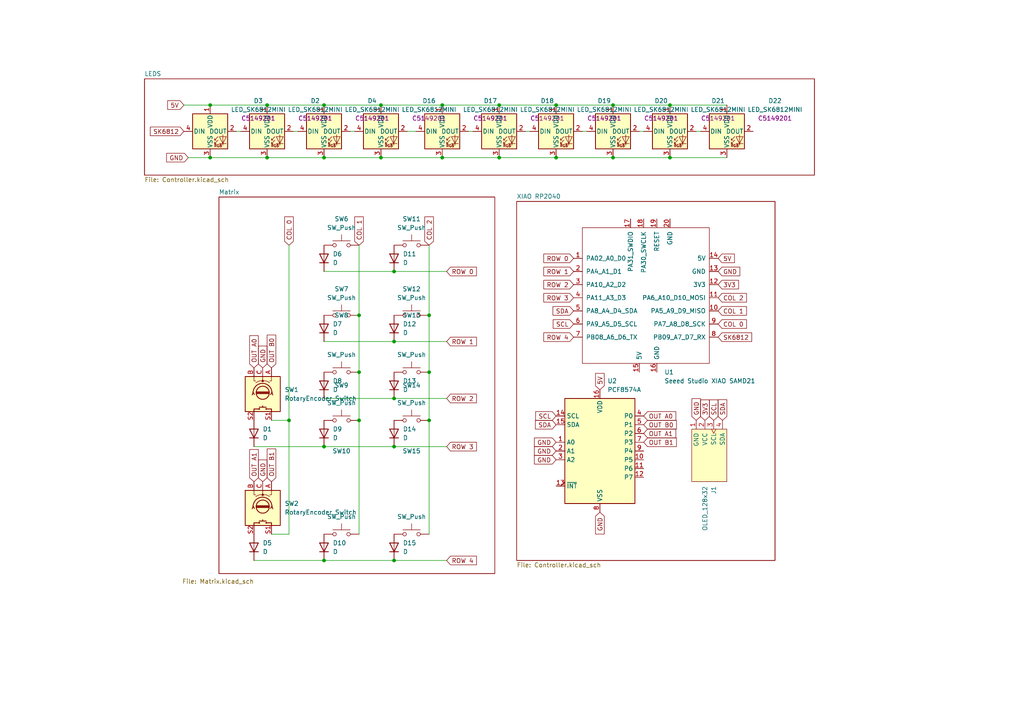
<source format=kicad_sch>
(kicad_sch (version 20231120) (generator "eeschema") (generator_version "8.0")
  (paper "A4")
  (lib_symbols
    (symbol "Device:D" (pin_numbers hide) (pin_names (offset 1.016) hide)
      (property "Reference" "D" (at 0 2.54 0))
      (property "Value" "D" (at 0 -2.54 0))
      (symbol "D_0_1"
        (polyline (pts (xy -1.27 1.27) (xy -1.27 -1.27)) (stroke (width 0.254)))
        (polyline (pts (xy 1.27 0) (xy -1.27 0)))
        (polyline (pts (xy 1.27 1.27) (xy 1.27 -1.27) (xy -1.27 0) (xy 1.27 1.27)) (stroke (width 0.254)))
      )
      (symbol "D_1_1"
        (pin passive line (at -3.81 0 0) (length 2.54) (name "K") (number "1"))
        (pin passive line (at 3.81 0 180) (length 2.54) (name "A") (number "2"))
      )
    )
    (symbol "Device:RotaryEncoder_Switch" (pin_names (offset 0.254) hide)
      (property "Reference" "SW" (at 0 6.604 0))
      (property "Value" "RotaryEncoder_Switch" (at 0 -6.604 0))
      (symbol "RotaryEncoder_Switch_0_1"
        (rectangle (start -5.08 5.08) (end 5.08 -5.08) (stroke (width 0.254)) (fill (type background)))
        (circle (center -3.81 0) (radius 0.254) (fill (type outline)))
        (circle (center -0.381 0) (radius 1.905) (stroke (width 0.254)))
        (arc (start -0.381 2.667) (mid -3.0988 -0.0635) (end -0.381 -2.794) (stroke (width 0.254)))
        (polyline (pts (xy -0.635 -1.778) (xy -0.635 1.778)) (stroke (width 0.254)))
        (polyline (pts (xy -0.381 -1.778) (xy -0.381 1.778)) (stroke (width 0.254)))
        (polyline (pts (xy -0.127 1.778) (xy -0.127 -1.778)) (stroke (width 0.254)))
        (polyline (pts (xy 3.81 0) (xy 3.429 0)) (stroke (width 0.254)))
        (polyline (pts (xy 3.81 1.016) (xy 3.81 -1.016)) (stroke (width 0.254)))
        (polyline (pts (xy -5.08 -2.54) (xy -3.81 -2.54) (xy -3.81 -2.032)))
        (polyline (pts (xy -5.08 2.54) (xy -3.81 2.54) (xy -3.81 2.032)))
        (polyline (pts (xy 0.254 -3.048) (xy -0.508 -2.794) (xy 0.127 -2.413)) (stroke (width 0.254)))
        (polyline (pts (xy 0.254 2.921) (xy -0.508 2.667) (xy 0.127 2.286)) (stroke (width 0.254)))
        (polyline (pts (xy 5.08 -2.54) (xy 4.318 -2.54) (xy 4.318 -1.016)) (stroke (width 0.254)))
        (polyline (pts (xy 5.08 2.54) (xy 4.318 2.54) (xy 4.318 1.016)) (stroke (width 0.254)))
        (polyline (pts (xy -5.08 0) (xy -3.81 0) (xy -3.81 -1.016) (xy -3.302 -2.032)))
        (polyline (pts (xy -4.318 0) (xy -3.81 0) (xy -3.81 1.016) (xy -3.302 2.032)))
        (circle (center 4.318 -1.016) (radius 0.127) (stroke (width 0.254)))
        (circle (center 4.318 1.016) (radius 0.127) (stroke (width 0.254)))
      )
      (symbol "RotaryEncoder_Switch_1_1"
        (pin passive line (at -7.62 2.54 0) (length 2.54) (name "A") (number "A"))
        (pin passive line (at -7.62 -2.54 0) (length 2.54) (name "B") (number "B"))
        (pin passive line (at -7.62 0 0) (length 2.54) (name "C") (number "C"))
        (pin passive line (at 7.62 2.54 180) (length 2.54) (name "S1") (number "S1"))
        (pin passive line (at 7.62 -2.54 180) (length 2.54) (name "S2") (number "S2"))
      )
    )
    (symbol "Interface_Expansion:PCF8574A"
      (property "Reference" "U" (at -8.89 16.51 0))
      (property "Value" "PCF8574A" (at 2.54 16.51 0))
      (symbol "PCF8574A_0_1"
        (rectangle (start -10.16 15.24) (end 10.16 -15.24) (stroke (width 0.254)) (fill (type background)))
      )
      (symbol "PCF8574A_1_1"
        (pin input line (at -12.7 2.54 0) (length 2.54) (name "A0") (number "1"))
        (pin bidirectional line (at 12.7 -2.54 180) (length 2.54) (name "P5") (number "10"))
        (pin bidirectional line (at 12.7 -5.08 180) (length 2.54) (name "P6") (number "11"))
        (pin bidirectional line (at 12.7 -7.62 180) (length 2.54) (name "P7") (number "12"))
        (pin open_collector output_low (at -12.7 -10.16 0) (length 2.54) (name "~{INT}") (number "13"))
        (pin input line (at -12.7 10.16 0) (length 2.54) (name "SCL") (number "14"))
        (pin bidirectional line (at -12.7 7.62 0) (length 2.54) (name "SDA") (number "15"))
        (pin power_in line (at 0 17.78 270) (length 2.54) (name "VDD") (number "16"))
        (pin input line (at -12.7 0 0) (length 2.54) (name "A1") (number "2"))
        (pin input line (at -12.7 -2.54 0) (length 2.54) (name "A2") (number "3"))
        (pin bidirectional line (at 12.7 10.16 180) (length 2.54) (name "P0") (number "4"))
        (pin bidirectional line (at 12.7 7.62 180) (length 2.54) (name "P1") (number "5"))
        (pin bidirectional line (at 12.7 5.08 180) (length 2.54) (name "P2") (number "6"))
        (pin bidirectional line (at 12.7 2.54 180) (length 2.54) (name "P3") (number "7"))
        (pin power_in line (at 0 -17.78 90) (length 2.54) (name "VSS") (number "8"))
        (pin bidirectional line (at 12.7 0 180) (length 2.54) (name "P4") (number "9"))
      )
    )
    (symbol "ScottoKeebs:LED_SK6812MINI" (pin_names (offset 0.254))
      (property "Reference" "D" (at 2.032 5.588 0))
      (property "Value" "LED_SK6812MINI" (at 1.27 -5.715 0))
      (property "LCSC" "C5149201" (at 0 0 0))
      (symbol "LED_SK6812MINI_0_0"
        (text "RGB" (at 2.286 -4.191 0) (effects (font (size 0.762 0.762))))
      )
      (symbol "LED_SK6812MINI_0_1"
        (rectangle (start -5.08 5.08) (end 5.08 -5.08) (stroke (width 0.254)) (fill (type background)))
        (polyline (pts (xy 1.27 -3.556) (xy 1.778 -3.556)))
        (polyline (pts (xy 1.27 -2.54) (xy 1.778 -2.54)))
        (polyline (pts (xy 4.699 -3.556) (xy 2.667 -3.556)))
        (polyline (pts (xy 2.286 -2.54) (xy 1.27 -3.556) (xy 1.27 -3.048)))
        (polyline (pts (xy 2.286 -1.524) (xy 1.27 -2.54) (xy 1.27 -2.032)))
        (polyline (pts (xy 3.683 -1.016) (xy 3.683 -3.556) (xy 3.683 -4.064)))
        (polyline (pts (xy 4.699 -1.524) (xy 2.667 -1.524) (xy 3.683 -3.556) (xy 4.699 -1.524)))
      )
      (symbol "LED_SK6812MINI_1_1"
        (pin power_in line (at 0 7.62 270) (length 2.54) (name "VDD") (number "1"))
        (pin output line (at 7.62 0 180) (length 2.54) (name "DOUT") (number "2"))
        (pin power_in line (at 0 -7.62 90) (length 2.54) (name "VSS") (number "3"))
        (pin input line (at -7.62 0 0) (length 2.54) (name "DIN") (number "4"))
      )
    )
    (symbol "ScottoKeebs:OLED_128x32" (pin_names (offset 1.016))
      (property "Reference" "J" (at 0 -6.35 0))
      (property "Value" "OLED_128x32" (at 0 6.35 0))
      (symbol "OLED_128x32_0_1"
        (rectangle (start 0 5.08) (end 15.24 -5.08) (fill (type background)))
      )
      (symbol "OLED_128x32_1_1"
        (pin power_in line (at -2.54 -3.81 0) (length 2.54) (name "GND") (number "1"))
        (pin power_in line (at -2.54 -1.27 0) (length 2.54) (name "VCC") (number "2"))
        (pin input clock (at -2.54 1.27 0) (length 2.54) (name "SCL") (number "3"))
        (pin bidirectional line (at -2.54 3.81 0) (length 2.54) (name "SDA") (number "4"))
      )
    )
    (symbol "Seeed_Studio_XIAO_Series:Seeed Studio XIAO SAMD21" (pin_names (offset 1.016))
      (property "Reference" "U" (at -19.05 22.86 0))
      (property "Value" "Seeed Studio XIAO SAMD21" (at -12.7 21.59 0))
      (symbol "Seeed Studio XIAO SAMD21_0_1"
        (rectangle (start -19.05 20.32) (end 17.78 -19.05))
      )
      (symbol "Seeed Studio XIAO SAMD21_1_1"
        (pin unspecified line (at -21.59 11.43 0) (length 2.54) (name "PA02_A0_D0") (number "1"))
        (pin unspecified line (at 20.32 -3.81 180) (length 2.54) (name "PA5_A9_D9_MISO") (number "10"))
        (pin unspecified line (at 20.32 0 180) (length 2.54) (name "PA6_A10_D10_MOSI") (number "11"))
        (pin unspecified line (at 20.32 3.81 180) (length 2.54) (name "3V3") (number "12"))
        (pin unspecified line (at 20.32 7.62 180) (length 2.54) (name "GND") (number "13"))
        (pin unspecified line (at 20.32 11.43 180) (length 2.54) (name "5V") (number "14"))
        (pin input line (at -2.54 -21.59 90) (length 2.54) (name "5V") (number "15"))
        (pin input line (at 2.54 -21.59 90) (length 2.54) (name "GND") (number "16"))
        (pin input line (at -5.08 22.86 270) (length 2.54) (name "PA31_SWDIO") (number "17"))
        (pin input line (at -1.27 22.86 270) (length 2.54) (name "PA30_SWCLK") (number "18"))
        (pin input line (at 2.54 22.86 270) (length 2.54) (name "RESET") (number "19"))
        (pin unspecified line (at -21.59 7.62 0) (length 2.54) (name "PA4_A1_D1") (number "2"))
        (pin input line (at 6.35 22.86 270) (length 2.54) (name "GND") (number "20"))
        (pin unspecified line (at -21.59 3.81 0) (length 2.54) (name "PA10_A2_D2") (number "3"))
        (pin unspecified line (at -21.59 0 0) (length 2.54) (name "PA11_A3_D3") (number "4"))
        (pin unspecified line (at -21.59 -3.81 0) (length 2.54) (name "PA8_A4_D4_SDA") (number "5"))
        (pin unspecified line (at -21.59 -7.62 0) (length 2.54) (name "PA9_A5_D5_SCL") (number "6"))
        (pin unspecified line (at -21.59 -11.43 0) (length 2.54) (name "PB08_A6_D6_TX") (number "7"))
        (pin unspecified line (at 20.32 -11.43 180) (length 2.54) (name "PB09_A7_D7_RX") (number "8"))
        (pin unspecified line (at 20.32 -7.62 180) (length 2.54) (name "PA7_A8_D8_SCK") (number "9"))
      )
    )
    (symbol "Switch:SW_Push" (pin_numbers hide) (pin_names (offset 1.016) hide)
      (property "Reference" "SW" (at 1.27 2.54 0))
      (property "Value" "SW_Push" (at 0 -1.524 0))
      (symbol "SW_Push_0_1"
        (circle (center -2.032 0) (radius 0.508))
        (polyline (pts (xy 0 1.27) (xy 0 3.048)))
        (polyline (pts (xy 2.54 1.27) (xy -2.54 1.27)))
        (circle (center 2.032 0) (radius 0.508))
        (pin passive line (at -5.08 0 0) (length 2.54) (name "1") (number "1"))
        (pin passive line (at 5.08 0 180) (length 2.54) (name "2") (number "2"))
      )
    )
  )
  (junction (at 77.47 45.72))
  (junction (at 161.29 45.72))
  (junction (at 104.14 107.95))
  (junction (at 124.46 121.92))
  (junction (at 104.14 121.92))
  (junction (at 194.31 45.72))
  (junction (at 93.98 129.54))
  (junction (at 144.78 30.48))
  (junction (at 110.49 45.72))
  (junction (at 144.78 45.72))
  (junction (at 60.96 30.48))
  (junction (at 177.8 45.72))
  (junction (at 93.98 30.48))
  (junction (at 114.3 162.56))
  (junction (at 83.82 121.92))
  (junction (at 194.31 30.48))
  (junction (at 104.14 91.44))
  (junction (at 124.46 91.44))
  (junction (at 114.3 115.57))
  (junction (at 60.96 45.72))
  (junction (at 110.49 30.48))
  (junction (at 93.98 45.72))
  (junction (at 128.27 30.48))
  (junction (at 93.98 162.56))
  (junction (at 77.47 30.48))
  (junction (at 114.3 99.06))
  (junction (at 177.8 30.48))
  (junction (at 114.3 78.74))
  (junction (at 124.46 107.95))
  (junction (at 161.29 30.48))
  (junction (at 114.3 129.54))
  (junction (at 128.27 45.72))
  (wire (pts (xy 152.4 38.1) (xy 153.67 38.1)))
  (wire (pts (xy 124.46 121.92) (xy 124.46 154.94)))
  (wire (pts (xy 124.46 91.44) (xy 124.46 107.95)))
  (wire (pts (xy 114.3 162.56) (xy 129.54 162.56)))
  (wire (pts (xy 83.82 121.92) (xy 83.82 154.94)))
  (wire (pts (xy 78.74 154.94) (xy 83.82 154.94)))
  (wire (pts (xy 93.98 78.74) (xy 114.3 78.74)))
  (wire (pts (xy 104.14 107.95) (xy 104.14 121.92)))
  (wire (pts (xy 177.8 45.72) (xy 194.31 45.72)))
  (wire (pts (xy 93.98 45.72) (xy 110.49 45.72)))
  (wire (pts (xy 104.14 91.44) (xy 104.14 107.95)))
  (wire (pts (xy 83.82 71.12) (xy 83.82 121.92)))
  (wire (pts (xy 124.46 71.12) (xy 124.46 91.44)))
  (wire (pts (xy 101.6 38.1) (xy 102.87 38.1)))
  (wire (pts (xy 77.47 30.48) (xy 93.98 30.48)))
  (wire (pts (xy 194.31 45.72) (xy 210.82 45.72)))
  (wire (pts (xy 168.91 38.1) (xy 170.18 38.1)))
  (wire (pts (xy 118.11 38.1) (xy 120.65 38.1)))
  (wire (pts (xy 53.34 30.48) (xy 60.96 30.48)))
  (wire (pts (xy 77.47 45.72) (xy 93.98 45.72)))
  (wire (pts (xy 194.31 30.48) (xy 210.82 30.48)))
  (wire (pts (xy 161.29 45.72) (xy 177.8 45.72)))
  (wire (pts (xy 114.3 99.06) (xy 129.54 99.06)))
  (wire (pts (xy 201.93 38.1) (xy 203.2 38.1)))
  (wire (pts (xy 73.66 129.54) (xy 93.98 129.54)))
  (wire (pts (xy 60.96 45.72) (xy 77.47 45.72)))
  (wire (pts (xy 135.89 38.1) (xy 137.16 38.1)))
  (wire (pts (xy 93.98 99.06) (xy 114.3 99.06)))
  (wire (pts (xy 85.09 38.1) (xy 86.36 38.1)))
  (wire (pts (xy 128.27 45.72) (xy 144.78 45.72)))
  (wire (pts (xy 104.14 71.12) (xy 104.14 91.44)))
  (wire (pts (xy 124.46 107.95) (xy 124.46 121.92)))
  (wire (pts (xy 114.3 78.74) (xy 129.54 78.74)))
  (wire (pts (xy 144.78 30.48) (xy 161.29 30.48)))
  (wire (pts (xy 177.8 30.48) (xy 194.31 30.48)))
  (wire (pts (xy 104.14 121.92) (xy 104.14 154.94)))
  (wire (pts (xy 54.61 45.72) (xy 60.96 45.72)))
  (wire (pts (xy 144.78 45.72) (xy 161.29 45.72)))
  (wire (pts (xy 114.3 129.54) (xy 129.54 129.54)))
  (wire (pts (xy 68.58 38.1) (xy 69.85 38.1)))
  (wire (pts (xy 93.98 129.54) (xy 114.3 129.54)))
  (wire (pts (xy 185.42 38.1) (xy 186.69 38.1)))
  (wire (pts (xy 110.49 30.48) (xy 128.27 30.48)))
  (wire (pts (xy 93.98 115.57) (xy 114.3 115.57)))
  (wire (pts (xy 93.98 162.56) (xy 114.3 162.56)))
  (wire (pts (xy 161.29 30.48) (xy 177.8 30.48)))
  (wire (pts (xy 110.49 45.72) (xy 128.27 45.72)))
  (wire (pts (xy 73.66 162.56) (xy 93.98 162.56)))
  (wire (pts (xy 60.96 30.48) (xy 77.47 30.48)))
  (wire (pts (xy 114.3 115.57) (xy 129.54 115.57)))
  (wire (pts (xy 128.27 30.48) (xy 144.78 30.48)))
  (wire (pts (xy 78.74 121.92) (xy 83.82 121.92)))
  (wire (pts (xy 93.98 30.48) (xy 110.49 30.48)))
  (global_label "GND" (shape input) (at 208.28 78.74 0) (property "Intersheetrefs" "${INTERSHEET_REFS}" (effects (hide yes))))
  (global_label "GND" (shape input) (at 173.99 148.59 270) (property "Intersheetrefs" "${INTERSHEET_REFS}" (effects (hide yes))))
  (global_label "GND" (shape input) (at 161.29 133.35 180) (property "Intersheetrefs" "${INTERSHEET_REFS}" (effects (hide yes))))
  (global_label "SK6812" (shape input) (at 53.34 38.1 180) (property "Intersheetrefs" "${INTERSHEET_REFS}" (effects (hide yes))))
  (global_label "SDA" (shape input) (at 209.55 121.92 90) (property "Intersheetrefs" "${INTERSHEET_REFS}" (effects (hide yes))))
  (global_label "COL 1" (shape input) (at 104.14 71.12 90) (property "Intersheetrefs" "${INTERSHEET_REFS}" (effects (hide yes))))
  (global_label "ROW 4" (shape input) (at 166.37 97.79 180) (property "Intersheetrefs" "${INTERSHEET_REFS}" (effects (hide yes))))
  (global_label "OUT B0" (shape input) (at 78.74 106.68 90) (property "Intersheetrefs" "${INTERSHEET_REFS}" (effects (hide yes))))
  (global_label "ROW 3" (shape input) (at 129.54 129.54 0) (property "Intersheetrefs" "${INTERSHEET_REFS}" (effects (hide yes))))
  (global_label "GND" (shape input) (at 201.93 121.92 90) (property "Intersheetrefs" "${INTERSHEET_REFS}" (effects (hide yes))))
  (global_label "ROW 0" (shape input) (at 129.54 78.74 0) (property "Intersheetrefs" "${INTERSHEET_REFS}" (effects (hide yes))))
  (global_label "OUT A1" (shape input) (at 186.69 125.73 0) (property "Intersheetrefs" "${INTERSHEET_REFS}" (effects (hide yes))))
  (global_label "ROW 4" (shape input) (at 129.54 162.56 0) (property "Intersheetrefs" "${INTERSHEET_REFS}" (effects (hide yes))))
  (global_label "5V" (shape input) (at 53.34 30.48 180) (property "Intersheetrefs" "${INTERSHEET_REFS}" (effects (hide yes))))
  (global_label "ROW 1" (shape input) (at 166.37 78.74 180) (property "Intersheetrefs" "${INTERSHEET_REFS}" (effects (hide yes))))
  (global_label "5V" (shape input) (at 173.99 113.03 90) (property "Intersheetrefs" "${INTERSHEET_REFS}" (effects (hide yes))))
  (global_label "ROW 3" (shape input) (at 166.37 86.36 180) (property "Intersheetrefs" "${INTERSHEET_REFS}" (effects (hide yes))))
  (global_label "3V3" (shape input) (at 204.47 121.92 90) (property "Intersheetrefs" "${INTERSHEET_REFS}" (effects (hide yes))))
  (global_label "SDA" (shape input) (at 161.29 123.19 180) (property "Intersheetrefs" "${INTERSHEET_REFS}" (effects (hide yes))))
  (global_label "ROW 2" (shape input) (at 129.54 115.57 0) (property "Intersheetrefs" "${INTERSHEET_REFS}" (effects (hide yes))))
  (global_label "OUT B1" (shape input) (at 186.69 128.27 0) (property "Intersheetrefs" "${INTERSHEET_REFS}" (effects (hide yes))))
  (global_label "ROW 1" (shape input) (at 129.54 99.06 0) (property "Intersheetrefs" "${INTERSHEET_REFS}" (effects (hide yes))))
  (global_label "OUT A0" (shape input) (at 186.69 120.65 0) (property "Intersheetrefs" "${INTERSHEET_REFS}" (effects (hide yes))))
  (global_label "5V" (shape input) (at 208.28 74.93 0) (property "Intersheetrefs" "${INTERSHEET_REFS}" (effects (hide yes))))
  (global_label "COL 0" (shape input) (at 208.28 93.98 0) (property "Intersheetrefs" "${INTERSHEET_REFS}" (effects (hide yes))))
  (global_label "SCL" (shape input) (at 207.01 121.92 90) (property "Intersheetrefs" "${INTERSHEET_REFS}" (effects (hide yes))))
  (global_label "3V3" (shape input) (at 208.28 82.55 0) (property "Intersheetrefs" "${INTERSHEET_REFS}" (effects (hide yes))))
  (global_label "OUT B1" (shape input) (at 78.74 139.7 90) (property "Intersheetrefs" "${INTERSHEET_REFS}" (effects (hide yes))))
  (global_label "COL 1" (shape input) (at 208.28 90.17 0) (property "Intersheetrefs" "${INTERSHEET_REFS}" (effects (hide yes))))
  (global_label "ROW 2" (shape input) (at 166.37 82.55 180) (property "Intersheetrefs" "${INTERSHEET_REFS}" (effects (hide yes))))
  (global_label "OUT A0" (shape input) (at 73.66 106.68 90) (property "Intersheetrefs" "${INTERSHEET_REFS}" (effects (hide yes))))
  (global_label "GND" (shape input) (at 76.2 139.7 90) (property "Intersheetrefs" "${INTERSHEET_REFS}" (effects (hide yes))))
  (global_label "GND" (shape input) (at 161.29 128.27 180) (property "Intersheetrefs" "${INTERSHEET_REFS}" (effects (hide yes))))
  (global_label "ROW 0" (shape input) (at 166.37 74.93 180) (property "Intersheetrefs" "${INTERSHEET_REFS}" (effects (hide yes))))
  (global_label "GND" (shape input) (at 161.29 130.81 180) (property "Intersheetrefs" "${INTERSHEET_REFS}" (effects (hide yes))))
  (global_label "SK6812" (shape input) (at 208.28 97.79 0) (property "Intersheetrefs" "${INTERSHEET_REFS}" (effects (hide yes))))
  (global_label "GND" (shape input) (at 54.61 45.72 180) (property "Intersheetrefs" "${INTERSHEET_REFS}" (effects (hide yes))))
  (global_label "COL 0" (shape input) (at 83.82 71.12 90) (property "Intersheetrefs" "${INTERSHEET_REFS}" (effects (hide yes))))
  (global_label "SCL" (shape input) (at 161.29 120.65 180) (property "Intersheetrefs" "${INTERSHEET_REFS}" (effects (hide yes))))
  (global_label "SDA" (shape input) (at 166.37 90.17 180) (property "Intersheetrefs" "${INTERSHEET_REFS}" (effects (hide yes))))
  (global_label "OUT A1" (shape input) (at 73.66 139.7 90) (property "Intersheetrefs" "${INTERSHEET_REFS}" (effects (hide yes))))
  (global_label "GND" (shape input) (at 76.2 106.68 90) (property "Intersheetrefs" "${INTERSHEET_REFS}" (effects (hide yes))))
  (global_label "COL 2" (shape input) (at 208.28 86.36 0) (property "Intersheetrefs" "${INTERSHEET_REFS}" (effects (hide yes))))
  (global_label "SCL" (shape input) (at 166.37 93.98 180) (property "Intersheetrefs" "${INTERSHEET_REFS}" (effects (hide yes))))
  (global_label "OUT B0" (shape input) (at 186.69 123.19 0) (property "Intersheetrefs" "${INTERSHEET_REFS}" (effects (hide yes))))
  (global_label "COL 2" (shape input) (at 124.46 71.12 90) (property "Intersheetrefs" "${INTERSHEET_REFS}" (effects (hide yes))))
  (symbol (lib_id "Interface_Expansion:PCF8574A") (at 173.99 130.81 0) (unit 1)
    (property "Reference" "U2" (at 176.1841 110.49 0) (effects (justify left)))
    (property "Value" "PCF8574A" (at 176.1841 113.03 0) (effects (justify left)))
    (property "Footprint" "P:N16" (effects (hide yes)))
    (property "Datasheet" "http://www.nxp.com/docs/en/data-sheet/PCF8574_PCF8574A.pdf" (effects (hide yes)))
    (property "Description" "8 Bit Port/Expander to I2C Bus, DIP/SOIC-16" (effects (hide yes)))
  )
  (symbol (lib_id "ScottoKeebs:LED_SK6812MINI") (at 110.49 38.1 0) (unit 1)
    (property "Reference" "D16" (at 124.46 29.2414 0))
    (property "Value" "LED_SK6812MINI" (at 124.46 31.7814 0))
    (property "Footprint" "ScottoKeebs_Components:LED_SK6812MINI" (effects (hide yes)))
    (property "Datasheet" "https://cdn-shop.adafruit.com/product-files/2686/SK6812MINI_REV.01-1-2.pdf" (effects (hide yes)))
    (property "Description" "RGB LED with integrated controller" (effects (hide yes)))
    (property "LCSC" "C5149201" (at 124.46 34.3214 0))
  )
  (symbol (lib_id "Switch:SW_Push") (at 119.38 71.12 0) (unit 1)
    (property "Reference" "SW11" (at 119.38 63.5 0))
    (property "Value" "SW_Push" (at 119.38 66.04 0))
    (property "Footprint" "ScottoKeebs_Scotto:MX_Hotswap_1.00u" (effects (hide yes)))
    (property "Description" "Push button switch, generic, two pins" (effects (hide yes)))
  )
  (symbol (lib_id "ScottoKeebs:LED_SK6812MINI") (at 177.8 38.1 0) (unit 1)
    (property "Reference" "D20" (at 191.77 29.2414 0))
    (property "Value" "LED_SK6812MINI" (at 191.77 31.7814 0))
    (property "Footprint" "ScottoKeebs_Components:LED_SK6812MINI" (effects (hide yes)))
    (property "Datasheet" "https://cdn-shop.adafruit.com/product-files/2686/SK6812MINI_REV.01-1-2.pdf" (effects (hide yes)))
    (property "Description" "RGB LED with integrated controller" (effects (hide yes)))
    (property "LCSC" "C5149201" (at 191.77 34.3214 0))
  )
  (symbol (lib_id "Device:D") (at 114.3 111.76 90) (unit 1)
    (property "Reference" "D13" (at 116.84 110.4899 90) (effects (justify right)))
    (property "Value" "D" (at 116.84 113.0299 90) (effects (justify right)))
    (property "Footprint" "ScottoKeebs_Components:Diode_SOD-123" (effects (hide yes)))
    (property "Description" "Diode" (effects (hide yes)))
    (property "Sim.Device" "D" (effects (hide yes)))
    (property "Sim.Pins" "1=K 2=A" (effects (hide yes)))
  )
  (symbol (lib_id "Device:D") (at 73.66 158.75 90) (unit 1)
    (property "Reference" "D5" (at 76.2 157.4799 90) (effects (justify right)))
    (property "Value" "D" (at 76.2 160.0199 90) (effects (justify right)))
    (property "Footprint" "ScottoKeebs_Components:Diode_SOD-123" (effects (hide yes)))
    (property "Description" "Diode" (effects (hide yes)))
    (property "Sim.Device" "D" (effects (hide yes)))
    (property "Sim.Pins" "1=K 2=A" (effects (hide yes)))
  )
  (symbol (lib_id "Device:D") (at 93.98 95.25 90) (unit 1)
    (property "Reference" "D7" (at 96.52 93.9799 90) (effects (justify right)))
    (property "Value" "D" (at 96.52 96.5199 90) (effects (justify right)))
    (property "Footprint" "ScottoKeebs_Components:Diode_SOD-123" (effects (hide yes)))
    (property "Description" "Diode" (effects (hide yes)))
    (property "Sim.Device" "D" (effects (hide yes)))
    (property "Sim.Pins" "1=K 2=A" (effects (hide yes)))
  )
  (symbol (lib_id "ScottoKeebs:LED_SK6812MINI") (at 128.27 38.1 0) (unit 1)
    (property "Reference" "D17" (at 142.24 29.2414 0))
    (property "Value" "LED_SK6812MINI" (at 142.24 31.7814 0))
    (property "Footprint" "ScottoKeebs_Components:LED_SK6812MINI" (effects (hide yes)))
    (property "Datasheet" "https://cdn-shop.adafruit.com/product-files/2686/SK6812MINI_REV.01-1-2.pdf" (effects (hide yes)))
    (property "Description" "RGB LED with integrated controller" (effects (hide yes)))
    (property "LCSC" "C5149201" (at 142.24 34.3214 0))
  )
  (symbol (lib_id "Switch:SW_Push") (at 99.06 107.95 0) (unit 1)
    (property "Reference" "SW8" (at 99.06 91.44 0))
    (property "Value" "SW_Push" (at 99.06 102.87 0))
    (property "Footprint" "ScottoKeebs_Scotto:MX_Hotswap_1.00u" (effects (hide yes)))
    (property "Description" "Push button switch, generic, two pins" (effects (hide yes)))
  )
  (symbol (lib_id "Switch:SW_Push") (at 99.06 91.44 0) (unit 1)
    (property "Reference" "SW7" (at 99.06 83.82 0))
    (property "Value" "SW_Push" (at 99.06 86.36 0))
    (property "Footprint" "ScottoKeebs_Scotto:MX_Hotswap_1.00u" (effects (hide yes)))
    (property "Description" "Push button switch, generic, two pins" (effects (hide yes)))
  )
  (symbol (lib_id "Device:RotaryEncoder_Switch") (at 76.2 147.32 270) (unit 1)
    (property "Reference" "SW2" (at 82.55 146.0499 90) (effects (justify left)))
    (property "Value" "RotaryEncoder_Switch" (at 82.55 148.5899 90) (effects (justify left)))
    (property "Footprint" "ScottoKeebs_Scotto:Encoder_EC11_MX" (effects (hide yes)))
    (property "Description" "Rotary encoder, dual channel, incremental quadrate outputs, with switch" (effects (hide yes)))
  )
  (symbol (lib_id "Device:D") (at 114.3 158.75 90) (unit 1)
    (property "Reference" "D15" (at 116.84 157.4799 90) (effects (justify right)))
    (property "Value" "D" (at 116.84 160.0199 90) (effects (justify right)))
    (property "Footprint" "ScottoKeebs_Components:Diode_SOD-123" (effects (hide yes)))
    (property "Description" "Diode" (effects (hide yes)))
    (property "Sim.Device" "D" (effects (hide yes)))
    (property "Sim.Pins" "1=K 2=A" (effects (hide yes)))
  )
  (symbol (lib_id "Device:D") (at 93.98 125.73 90) (unit 1)
    (property "Reference" "D9" (at 96.52 124.4599 90) (effects (justify right)))
    (property "Value" "D" (at 96.52 126.9999 90) (effects (justify right)))
    (property "Footprint" "ScottoKeebs_Components:Diode_SOD-123" (effects (hide yes)))
    (property "Description" "Diode" (effects (hide yes)))
    (property "Sim.Device" "D" (effects (hide yes)))
    (property "Sim.Pins" "1=K 2=A" (effects (hide yes)))
  )
  (symbol (lib_id "Switch:SW_Push") (at 99.06 154.94 0) (unit 1)
    (property "Reference" "SW10" (at 99.06 130.81 0))
    (property "Value" "SW_Push" (at 99.06 149.86 0))
    (property "Footprint" "ScottoKeebs_Scotto:MX_Hotswap_1.00u" (effects (hide yes)))
    (property "Description" "Push button switch, generic, two pins" (effects (hide yes)))
  )
  (symbol (lib_id "Switch:SW_Push") (at 119.38 121.92 0) (unit 1)
    (property "Reference" "SW14" (at 119.38 111.76 0))
    (property "Value" "SW_Push" (at 119.38 116.84 0))
    (property "Footprint" "ScottoKeebs_Scotto:MX_Hotswap_1.00u" (effects (hide yes)))
    (property "Description" "Push button switch, generic, two pins" (effects (hide yes)))
  )
  (symbol (lib_id "Device:D") (at 93.98 158.75 90) (unit 1)
    (property "Reference" "D10" (at 96.52 157.4799 90) (effects (justify right)))
    (property "Value" "D" (at 96.52 160.0199 90) (effects (justify right)))
    (property "Footprint" "ScottoKeebs_Components:Diode_SOD-123" (effects (hide yes)))
    (property "Description" "Diode" (effects (hide yes)))
    (property "Sim.Device" "D" (effects (hide yes)))
    (property "Sim.Pins" "1=K 2=A" (effects (hide yes)))
  )
  (symbol (lib_id "ScottoKeebs:LED_SK6812MINI") (at 77.47 38.1 0) (unit 1)
    (property "Reference" "D2" (at 91.44 29.2414 0))
    (property "Value" "LED_SK6812MINI" (at 91.44 31.7814 0))
    (property "Footprint" "ScottoKeebs_Components:LED_SK6812MINI" (effects (hide yes)))
    (property "Datasheet" "https://cdn-shop.adafruit.com/product-files/2686/SK6812MINI_REV.01-1-2.pdf" (effects (hide yes)))
    (property "Description" "RGB LED with integrated controller" (effects (hide yes)))
    (property "LCSC" "C5149201" (at 91.44 34.3214 0))
  )
  (symbol (lib_id "Device:D") (at 114.3 74.93 90) (unit 1)
    (property "Reference" "D11" (at 116.84 73.6599 90) (effects (justify right)))
    (property "Value" "D" (at 116.84 76.1999 90) (effects (justify right)))
    (property "Footprint" "ScottoKeebs_Components:Diode_SOD-123" (effects (hide yes)))
    (property "Description" "Diode" (effects (hide yes)))
    (property "Sim.Device" "D" (effects (hide yes)))
    (property "Sim.Pins" "1=K 2=A" (effects (hide yes)))
  )
  (symbol (lib_id "Device:D") (at 114.3 95.25 90) (unit 1)
    (property "Reference" "D12" (at 116.84 93.9799 90) (effects (justify right)))
    (property "Value" "D" (at 116.84 96.5199 90) (effects (justify right)))
    (property "Footprint" "ScottoKeebs_Components:Diode_SOD-123" (effects (hide yes)))
    (property "Description" "Diode" (effects (hide yes)))
    (property "Sim.Device" "D" (effects (hide yes)))
    (property "Sim.Pins" "1=K 2=A" (effects (hide yes)))
  )
  (symbol (lib_id "Switch:SW_Push") (at 99.06 121.92 0) (unit 1)
    (property "Reference" "SW9" (at 99.06 111.76 0))
    (property "Value" "SW_Push" (at 99.06 116.84 0))
    (property "Footprint" "ScottoKeebs_Scotto:MX_Hotswap_1.00u" (effects (hide yes)))
    (property "Description" "Push button switch, generic, two pins" (effects (hide yes)))
  )
  (symbol (lib_id "ScottoKeebs:LED_SK6812MINI") (at 161.29 38.1 0) (unit 1)
    (property "Reference" "D19" (at 175.26 29.2414 0))
    (property "Value" "LED_SK6812MINI" (at 175.26 31.7814 0))
    (property "Footprint" "ScottoKeebs_Components:LED_SK6812MINI" (effects (hide yes)))
    (property "Datasheet" "https://cdn-shop.adafruit.com/product-files/2686/SK6812MINI_REV.01-1-2.pdf" (effects (hide yes)))
    (property "Description" "RGB LED with integrated controller" (effects (hide yes)))
    (property "LCSC" "C5149201" (at 175.26 34.3214 0))
  )
  (symbol (lib_id "ScottoKeebs:LED_SK6812MINI") (at 210.82 38.1 0) (unit 1)
    (property "Reference" "D22" (at 224.79 29.2414 0))
    (property "Value" "LED_SK6812MINI" (at 224.79 31.7814 0))
    (property "Footprint" "ScottoKeebs_Components:LED_SK6812MINI" (effects (hide yes)))
    (property "Datasheet" "https://cdn-shop.adafruit.com/product-files/2686/SK6812MINI_REV.01-1-2.pdf" (effects (hide yes)))
    (property "Description" "RGB LED with integrated controller" (effects (hide yes)))
    (property "LCSC" "C5149201" (at 224.79 34.3214 0))
  )
  (symbol (lib_id "ScottoKeebs:LED_SK6812MINI") (at 93.98 38.1 0) (unit 1)
    (property "Reference" "D4" (at 107.95 29.2414 0))
    (property "Value" "LED_SK6812MINI" (at 107.95 31.7814 0))
    (property "Footprint" "ScottoKeebs_Components:LED_SK6812MINI" (effects (hide yes)))
    (property "Datasheet" "https://cdn-shop.adafruit.com/product-files/2686/SK6812MINI_REV.01-1-2.pdf" (effects (hide yes)))
    (property "Description" "RGB LED with integrated controller" (effects (hide yes)))
    (property "LCSC" "C5149201" (at 107.95 34.3214 0))
  )
  (symbol (lib_id "Device:D") (at 73.66 125.73 90) (unit 1)
    (property "Reference" "D1" (at 76.2 124.4599 90) (effects (justify right)))
    (property "Value" "D" (at 76.2 126.9999 90) (effects (justify right)))
    (property "Footprint" "ScottoKeebs_Components:Diode_SOD-123" (effects (hide yes)))
    (property "Description" "Diode" (effects (hide yes)))
    (property "Sim.Device" "D" (effects (hide yes)))
    (property "Sim.Pins" "1=K 2=A" (effects (hide yes)))
  )
  (symbol (lib_id "ScottoKeebs:LED_SK6812MINI") (at 194.31 38.1 0) (unit 1)
    (property "Reference" "D21" (at 208.28 29.2414 0))
    (property "Value" "LED_SK6812MINI" (at 208.28 31.7814 0))
    (property "Footprint" "ScottoKeebs_Components:LED_SK6812MINI" (effects (hide yes)))
    (property "Datasheet" "https://cdn-shop.adafruit.com/product-files/2686/SK6812MINI_REV.01-1-2.pdf" (effects (hide yes)))
    (property "Description" "RGB LED with integrated controller" (effects (hide yes)))
    (property "LCSC" "C5149201" (at 208.28 34.3214 0))
  )
  (symbol (lib_id "ScottoKeebs:OLED_128x32") (at 205.74 124.46 270) (unit 1)
    (property "Reference" "J1" (at 207.0101 140.97 0) (effects (justify left)))
    (property "Value" "OLED_128x32" (at 204.4701 140.97 0) (effects (justify left)))
    (property "Footprint" "ScottoKeebs_Components:OLED_128x32" (effects (hide yes)))
  )
  (symbol (lib_id "ScottoKeebs:LED_SK6812MINI") (at 144.78 38.1 0) (unit 1)
    (property "Reference" "D18" (at 158.75 29.2414 0))
    (property "Value" "LED_SK6812MINI" (at 158.75 31.7814 0))
    (property "Footprint" "ScottoKeebs_Components:LED_SK6812MINI" (effects (hide yes)))
    (property "Datasheet" "https://cdn-shop.adafruit.com/product-files/2686/SK6812MINI_REV.01-1-2.pdf" (effects (hide yes)))
    (property "Description" "RGB LED with integrated controller" (effects (hide yes)))
    (property "LCSC" "C5149201" (at 158.75 34.3214 0))
  )
  (symbol (lib_id "Device:RotaryEncoder_Switch") (at 76.2 114.3 270) (unit 1)
    (property "Reference" "SW1" (at 82.55 113.0299 90) (effects (justify left)))
    (property "Value" "RotaryEncoder_Switch" (at 82.55 115.5699 90) (effects (justify left)))
    (property "Footprint" "ScottoKeebs_Scotto:Encoder_EC11_MX" (effects (hide yes)))
    (property "Description" "Rotary encoder, dual channel, incremental quadrate outputs, with switch" (effects (hide yes)))
  )
  (symbol (lib_id "Device:D") (at 114.3 125.73 90) (unit 1)
    (property "Reference" "D14" (at 116.84 124.4599 90) (effects (justify right)))
    (property "Value" "D" (at 116.84 126.9999 90) (effects (justify right)))
    (property "Footprint" "ScottoKeebs_Components:Diode_SOD-123" (effects (hide yes)))
    (property "Description" "Diode" (effects (hide yes)))
    (property "Sim.Device" "D" (effects (hide yes)))
    (property "Sim.Pins" "1=K 2=A" (effects (hide yes)))
  )
  (symbol (lib_id "Switch:SW_Push") (at 119.38 154.94 0) (unit 1)
    (property "Reference" "SW15" (at 119.38 130.81 0))
    (property "Value" "SW_Push" (at 119.38 149.86 0))
    (property "Footprint" "ScottoKeebs_Scotto:MX_Hotswap_1.00u" (effects (hide yes)))
    (property "Description" "Push button switch, generic, two pins" (effects (hide yes)))
  )
  (symbol (lib_id "Switch:SW_Push") (at 119.38 107.95 0) (unit 1)
    (property "Reference" "SW13" (at 119.38 91.44 0))
    (property "Value" "SW_Push" (at 119.38 102.87 0))
    (property "Footprint" "ScottoKeebs_Scotto:MX_Hotswap_1.00u" (effects (hide yes)))
    (property "Description" "Push button switch, generic, two pins" (effects (hide yes)))
  )
  (symbol (lib_id "Device:D") (at 93.98 111.76 90) (unit 1)
    (property "Reference" "D8" (at 96.52 110.4899 90) (effects (justify right)))
    (property "Value" "D" (at 96.52 113.0299 90) (effects (justify right)))
    (property "Footprint" "ScottoKeebs_Components:Diode_SOD-123" (effects (hide yes)))
    (property "Description" "Diode" (effects (hide yes)))
    (property "Sim.Device" "D" (effects (hide yes)))
    (property "Sim.Pins" "1=K 2=A" (effects (hide yes)))
  )
  (symbol (lib_id "Seeed_Studio_XIAO_Series:Seeed Studio XIAO SAMD21") (at 187.96 86.36 0) (unit 1)
    (property "Reference" "U1" (at 192.6941 107.95 0) (effects (justify left)))
    (property "Value" "Seeed Studio XIAO SAMD21" (at 192.6941 110.49 0) (effects (justify left)))
    (property "Footprint" "ScottoKeebs_MCU:Seeed_XIAO_RP2040" (effects (hide yes)))
  )
  (symbol (lib_id "Switch:SW_Push") (at 119.38 91.44 0) (unit 1)
    (property "Reference" "SW12" (at 119.38 83.82 0))
    (property "Value" "SW_Push" (at 119.38 86.36 0))
    (property "Footprint" "ScottoKeebs_Scotto:MX_Hotswap_1.00u" (effects (hide yes)))
    (property "Description" "Push button switch, generic, two pins" (effects (hide yes)))
  )
  (symbol (lib_id "Switch:SW_Push") (at 99.06 71.12 0) (unit 1)
    (property "Reference" "SW6" (at 99.06 63.5 0))
    (property "Value" "SW_Push" (at 99.06 66.04 0))
    (property "Footprint" "ScottoKeebs_Scotto:MX_Hotswap_1.00u" (effects (hide yes)))
    (property "Description" "Push button switch, generic, two pins" (effects (hide yes)))
  )
  (symbol (lib_id "Device:D") (at 93.98 74.93 90) (unit 1)
    (property "Reference" "D6" (at 96.52 73.6599 90) (effects (justify right)))
    (property "Value" "D" (at 96.52 76.1999 90) (effects (justify right)))
    (property "Footprint" "ScottoKeebs_Components:Diode_SOD-123" (effects (hide yes)))
    (property "Description" "Diode" (effects (hide yes)))
    (property "Sim.Device" "D" (effects (hide yes)))
    (property "Sim.Pins" "1=K 2=A" (effects (hide yes)))
  )
  (symbol (lib_id "ScottoKeebs:LED_SK6812MINI") (at 60.96 38.1 0) (unit 1)
    (property "Reference" "D3" (at 74.93 29.2414 0))
    (property "Value" "LED_SK6812MINI" (at 74.93 31.7814 0))
    (property "Footprint" "ScottoKeebs_Components:LED_SK6812MINI" (effects (hide yes)))
    (property "Datasheet" "https://cdn-shop.adafruit.com/product-files/2686/SK6812MINI_REV.01-1-2.pdf" (effects (hide yes)))
    (property "Description" "RGB LED with integrated controller" (effects (hide yes)))
    (property "LCSC" "C5149201" (at 74.93 34.3214 0))
  )
  (sheet (at 149.86 58.42) (size 74.93 104.14) (stroke (width 0.1524))
    (property "Sheetname" "XIAO RP2040" (at 149.86 57.7084 0) (effects (justify left bottom)))
    (property "Sheetfile" "Controller.kicad_sch" (at 149.86 163.1446 0) (effects (justify left top)))
  )
  (sheet (at 41.91 22.86) (size 194.31 27.94) (stroke (width 0.1524))
    (property "Sheetname" "LEDS" (at 41.91 22.1484 0) (effects (justify left bottom)))
    (property "Sheetfile" "Controller.kicad_sch" (at 41.91 51.3846 0) (effects (justify left top)))
  )
  (sheet (at 63.5 57.15) (size 80.01 109.22) (stroke (width 0.1524))
    (property "Sheetname" "Matrix" (at 63.5 56.4384 0) (effects (justify left bottom)))
    (property "Sheetfile" "Matrix.kicad_sch" (at 52.832 167.894 0) (effects (justify left top)))
  )
)
</source>
